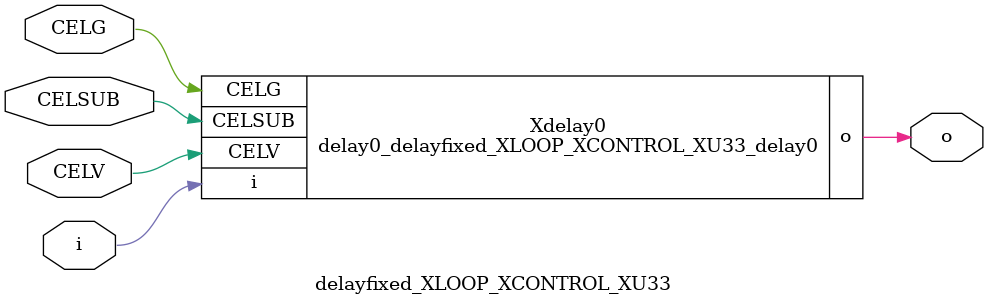
<source format=v>

module delay0_delayfixed_XLOOP_XCONTROL_XU33_delay0 (i, CELV, o,
CELG,CELSUB);
input CELV;
input i;
output o;
input CELSUB;
input CELG;
endmodule


//Celera Confidential Do Not Copy delayfixed_XLOOP_XCONTROL_XU33
//Celera Confidential Symbol Generator
//TYPE:fixed Egde:rise
module delayfixed_XLOOP_XCONTROL_XU33 (CELV,i,o,
CELG,CELSUB);
input CELV;
input i;
output o;
input CELG;
input CELSUB;

//Celera Confidential Do Not Copy delay0_delayfixed_XLOOP_XCONTROL_XU33_delay0
delay0_delayfixed_XLOOP_XCONTROL_XU33_delay0 Xdelay0(
.CELV (CELV),
.i (i),
.o (o),
.CELG (CELG),
.CELSUB (CELSUB)
);
//,diesize,delay0_delayfixed_XLOOP_XCONTROL_XU33_delay0
//Celera Confidential Do Not Copy Module End
//Celera Schematic Generator
endmodule

</source>
